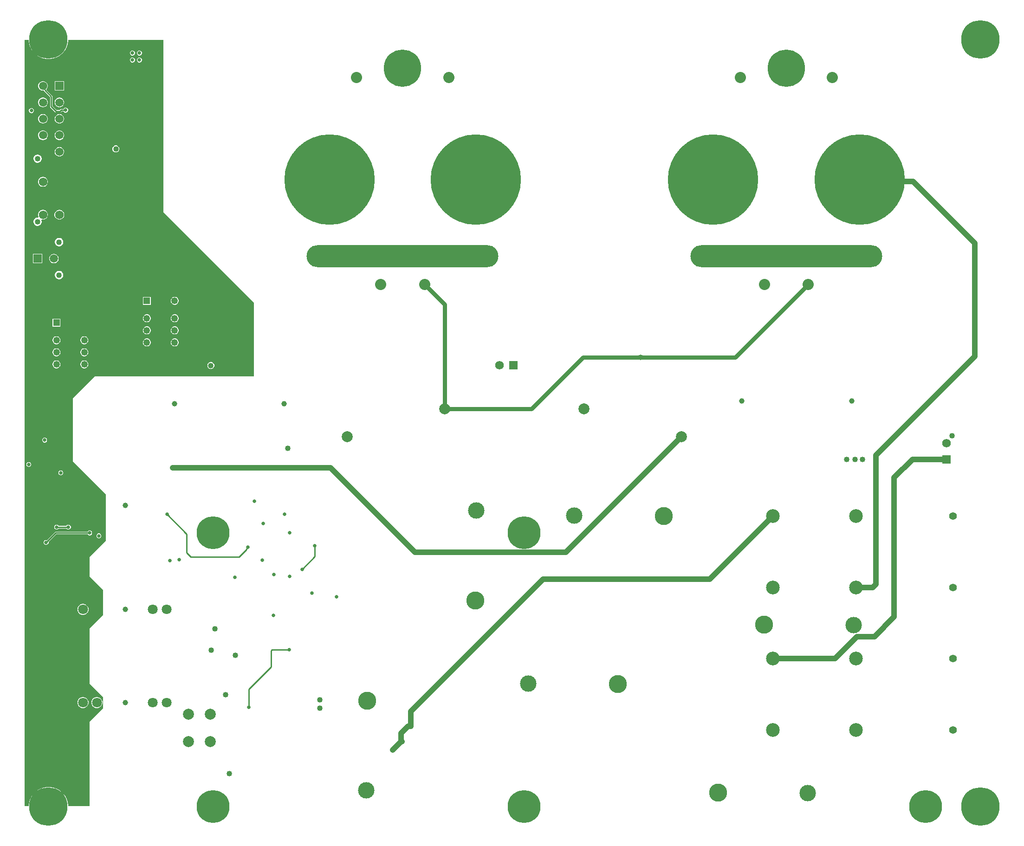
<source format=gbr>
%TF.GenerationSoftware,Altium Limited,Altium Designer,24.2.2 (26)*%
G04 Layer_Physical_Order=4*
G04 Layer_Color=16711680*
%FSLAX45Y45*%
%MOMM*%
%TF.SameCoordinates,E62911D3-7CC7-41A5-B2DD-A777233C8753*%
%TF.FilePolarity,Positive*%
%TF.FileFunction,Copper,L4,Bot,Signal*%
%TF.Part,Single*%
G01*
G75*
%TA.AperFunction,Conductor*%
%ADD52C,0.25400*%
%ADD54C,1.01600*%
%ADD55C,0.76200*%
%TA.AperFunction,ComponentPad*%
%ADD56C,3.30000*%
%ADD57C,3.00000*%
%ADD58C,7.00000*%
%ADD59C,6.00000*%
%ADD60C,1.40000*%
%ADD61C,2.50000*%
%ADD62O,35.00000X4.00000*%
%ADD63C,2.03200*%
%ADD64C,6.80000*%
%ADD65C,16.50000*%
%TA.AperFunction,WasherPad*%
%ADD67C,1.00000*%
%TA.AperFunction,ComponentPad*%
%ADD68C,2.00000*%
%ADD69C,1.57000*%
%ADD70R,1.57000X1.57000*%
%ADD71C,1.80000*%
%ADD72R,1.25000X1.25000*%
%ADD73C,1.25000*%
%ADD74R,1.57000X1.57000*%
%ADD75C,1.02000*%
%ADD76C,1.52000*%
%ADD77R,1.52000X1.52000*%
%TA.AperFunction,ViaPad*%
%ADD78C,0.63500*%
%ADD79C,1.01600*%
G36*
X2600000Y11350000D02*
X4250000Y9700000D01*
Y8350000D01*
X1350000D01*
X950000Y7950000D01*
Y6800000D01*
X1550000Y6200000D01*
Y5350000D01*
X1250000Y5050000D01*
Y4700000D01*
X1500000Y4450000D01*
X1500000Y4450000D01*
Y4000000D01*
X1250000Y3750000D01*
Y2750000D01*
X1500000Y2500000D01*
Y2300000D01*
X1250000Y2050000D01*
Y511255D01*
X860160D01*
Y528345D01*
X851292Y584338D01*
X833774Y638253D01*
X808037Y688765D01*
X774715Y734629D01*
X734629Y774715D01*
X688765Y808037D01*
X638253Y833774D01*
X584338Y851292D01*
X528345Y860160D01*
X471655D01*
X415662Y851292D01*
X361747Y833774D01*
X311235Y808037D01*
X265371Y774715D01*
X225285Y734629D01*
X191963Y688765D01*
X166226Y638253D01*
X148708Y584338D01*
X139840Y528345D01*
Y511255D01*
X61338D01*
Y14488745D01*
X139840D01*
Y14471655D01*
X148708Y14415662D01*
X166226Y14361746D01*
X191963Y14311235D01*
X225285Y14265372D01*
X265371Y14225285D01*
X311235Y14191963D01*
X361747Y14166226D01*
X415662Y14148708D01*
X471655Y14139841D01*
X528345D01*
X584338Y14148708D01*
X638253Y14166226D01*
X688765Y14191963D01*
X734629Y14225285D01*
X774715Y14265372D01*
X808037Y14311235D01*
X833774Y14361746D01*
X851292Y14415662D01*
X860160Y14471655D01*
Y14488745D01*
X2600000D01*
Y11350000D01*
D02*
G37*
%LPC*%
G36*
X2167842Y14293851D02*
X2150158D01*
X2133821Y14287083D01*
X2121317Y14274579D01*
X2114550Y14258241D01*
Y14240558D01*
X2121317Y14224220D01*
X2133821Y14211717D01*
X2150158Y14204950D01*
X2167842D01*
X2184179Y14211717D01*
X2196683Y14224220D01*
X2203450Y14240558D01*
Y14258241D01*
X2196683Y14274579D01*
X2184179Y14287083D01*
X2167842Y14293851D01*
D02*
G37*
G36*
X2040842D02*
X2023158D01*
X2006821Y14287083D01*
X1994317Y14274579D01*
X1987550Y14258241D01*
Y14240558D01*
X1994317Y14224220D01*
X2006821Y14211717D01*
X2023158Y14204950D01*
X2040842D01*
X2057179Y14211717D01*
X2069683Y14224220D01*
X2076450Y14240558D01*
Y14258241D01*
X2069683Y14274579D01*
X2057179Y14287083D01*
X2040842Y14293851D01*
D02*
G37*
G36*
X2167842Y14166850D02*
X2150158D01*
X2133821Y14160083D01*
X2121317Y14147578D01*
X2114550Y14131242D01*
Y14113557D01*
X2121317Y14097221D01*
X2133821Y14084717D01*
X2150158Y14077950D01*
X2167842D01*
X2184179Y14084717D01*
X2196683Y14097221D01*
X2203450Y14113557D01*
Y14131242D01*
X2196683Y14147578D01*
X2184179Y14160083D01*
X2167842Y14166850D01*
D02*
G37*
G36*
X2040842D02*
X2023158D01*
X2006821Y14160083D01*
X1994317Y14147578D01*
X1987550Y14131242D01*
Y14113557D01*
X1994317Y14097221D01*
X2006821Y14084717D01*
X2023158Y14077950D01*
X2040842D01*
X2057179Y14084717D01*
X2069683Y14097221D01*
X2076450Y14113557D01*
Y14131242D01*
X2069683Y14147578D01*
X2057179Y14160083D01*
X2040842Y14166850D01*
D02*
G37*
G36*
X786160Y13736160D02*
X613840D01*
Y13563840D01*
X786160D01*
Y13736160D01*
D02*
G37*
G36*
X711343Y13436160D02*
X688657D01*
X666743Y13430289D01*
X647096Y13418945D01*
X631055Y13402904D01*
X619712Y13383257D01*
X613840Y13361343D01*
Y13338657D01*
X619712Y13316743D01*
X631055Y13297096D01*
X647096Y13281055D01*
X666743Y13269711D01*
X688657Y13263840D01*
X711343D01*
X733256Y13269711D01*
X752903Y13281055D01*
X768945Y13297096D01*
X780288Y13316743D01*
X786160Y13338657D01*
Y13361343D01*
X780288Y13383257D01*
X768945Y13402904D01*
X752903Y13418945D01*
X733256Y13430289D01*
X711343Y13436160D01*
D02*
G37*
G36*
X411343D02*
X388657D01*
X366743Y13430289D01*
X347097Y13418945D01*
X331055Y13402904D01*
X319712Y13383257D01*
X313840Y13361343D01*
Y13338657D01*
X319712Y13316743D01*
X331055Y13297096D01*
X347097Y13281055D01*
X366743Y13269711D01*
X388657Y13263840D01*
X411343D01*
X433256Y13269711D01*
X452903Y13281055D01*
X468945Y13297096D01*
X480288Y13316743D01*
X486160Y13338657D01*
Y13361343D01*
X480288Y13383257D01*
X468945Y13402904D01*
X452903Y13418945D01*
X433256Y13430289D01*
X411343Y13436160D01*
D02*
G37*
G36*
Y13736160D02*
X388657D01*
X366743Y13730289D01*
X347097Y13718945D01*
X331055Y13702904D01*
X319712Y13683257D01*
X313840Y13661343D01*
Y13638657D01*
X319712Y13616743D01*
X331055Y13597096D01*
X347097Y13581055D01*
X366743Y13569711D01*
X388657Y13563840D01*
X411343D01*
X413149Y13564323D01*
X417850Y13557288D01*
X528059Y13447078D01*
Y13278934D01*
X529834Y13270013D01*
X534886Y13262453D01*
X626278Y13171060D01*
X633839Y13166008D01*
X642759Y13164233D01*
X712395D01*
X721315Y13166008D01*
X728876Y13171060D01*
X742508Y13184692D01*
X774342D01*
X775117Y13182822D01*
X787621Y13170317D01*
X803958Y13163550D01*
X821642D01*
X837979Y13170317D01*
X850483Y13182822D01*
X857250Y13199158D01*
Y13216843D01*
X850483Y13233179D01*
X837979Y13245683D01*
X821642Y13252451D01*
X803958D01*
X787621Y13245683D01*
X775117Y13233179D01*
X774342Y13231308D01*
X732854D01*
X723934Y13229533D01*
X716373Y13224481D01*
X702741Y13210849D01*
X652413D01*
X574675Y13288586D01*
Y13456734D01*
X572901Y13465652D01*
X567848Y13473215D01*
X465246Y13575816D01*
X465152Y13593304D01*
X468945Y13597096D01*
X480288Y13616743D01*
X486160Y13638657D01*
Y13661343D01*
X480288Y13683257D01*
X468945Y13702904D01*
X452903Y13718945D01*
X433256Y13730289D01*
X411343Y13736160D01*
D02*
G37*
G36*
X197976Y13243896D02*
X180292D01*
X163955Y13237131D01*
X151451Y13224626D01*
X144684Y13208289D01*
Y13190607D01*
X151451Y13174269D01*
X163955Y13161765D01*
X180292Y13154997D01*
X197976D01*
X214313Y13161765D01*
X226817Y13174269D01*
X233584Y13190607D01*
Y13208289D01*
X226817Y13224626D01*
X214313Y13237131D01*
X197976Y13243896D01*
D02*
G37*
G36*
X711343Y13136160D02*
X688657D01*
X666743Y13130289D01*
X647096Y13118945D01*
X631055Y13102904D01*
X619712Y13083257D01*
X613840Y13061343D01*
Y13038657D01*
X619712Y13016743D01*
X631055Y12997096D01*
X647096Y12981055D01*
X666743Y12969711D01*
X688657Y12963840D01*
X711343D01*
X733256Y12969711D01*
X752903Y12981055D01*
X768945Y12997096D01*
X780288Y13016743D01*
X786160Y13038657D01*
Y13061343D01*
X780288Y13083257D01*
X768945Y13102904D01*
X752903Y13118945D01*
X733256Y13130289D01*
X711343Y13136160D01*
D02*
G37*
G36*
X411343D02*
X388657D01*
X366743Y13130289D01*
X347097Y13118945D01*
X331055Y13102904D01*
X319712Y13083257D01*
X313840Y13061343D01*
Y13038657D01*
X319712Y13016743D01*
X331055Y12997096D01*
X347097Y12981055D01*
X366743Y12969711D01*
X388657Y12963840D01*
X411343D01*
X433256Y12969711D01*
X452903Y12981055D01*
X468945Y12997096D01*
X480288Y13016743D01*
X486160Y13038657D01*
Y13061343D01*
X480288Y13083257D01*
X468945Y13102904D01*
X452903Y13118945D01*
X433256Y13130289D01*
X411343Y13136160D01*
D02*
G37*
G36*
X711343Y12836160D02*
X688657D01*
X666743Y12830289D01*
X647096Y12818945D01*
X631055Y12802904D01*
X619712Y12783256D01*
X613840Y12761343D01*
Y12738657D01*
X619712Y12716743D01*
X631055Y12697097D01*
X647096Y12681055D01*
X666743Y12669712D01*
X688657Y12663840D01*
X711343D01*
X733256Y12669712D01*
X752903Y12681055D01*
X768945Y12697097D01*
X780288Y12716743D01*
X786160Y12738657D01*
Y12761343D01*
X780288Y12783256D01*
X768945Y12802904D01*
X752903Y12818945D01*
X733256Y12830289D01*
X711343Y12836160D01*
D02*
G37*
G36*
X411343D02*
X388657D01*
X366743Y12830289D01*
X347097Y12818945D01*
X331055Y12802904D01*
X319712Y12783256D01*
X313840Y12761343D01*
Y12738657D01*
X319712Y12716743D01*
X331055Y12697097D01*
X347097Y12681055D01*
X366743Y12669712D01*
X388657Y12663840D01*
X411343D01*
X433256Y12669712D01*
X452903Y12681055D01*
X468945Y12697097D01*
X480288Y12716743D01*
X486160Y12738657D01*
Y12761343D01*
X480288Y12783256D01*
X468945Y12802904D01*
X452903Y12818945D01*
X433256Y12830289D01*
X411343Y12836160D01*
D02*
G37*
G36*
X1743646Y12563500D02*
X1718384D01*
X1695045Y12553833D01*
X1677182Y12535970D01*
X1667515Y12512631D01*
Y12487369D01*
X1677182Y12464030D01*
X1695045Y12446167D01*
X1718384Y12436500D01*
X1743646D01*
X1766985Y12446167D01*
X1784848Y12464030D01*
X1794515Y12487369D01*
Y12512631D01*
X1784848Y12535970D01*
X1766985Y12553833D01*
X1743646Y12563500D01*
D02*
G37*
G36*
X711343Y12536160D02*
X688657D01*
X666743Y12530288D01*
X647096Y12518945D01*
X631055Y12502903D01*
X619712Y12483256D01*
X613840Y12461343D01*
Y12438657D01*
X619712Y12416744D01*
X631055Y12397097D01*
X647096Y12381055D01*
X666743Y12369712D01*
X688657Y12363840D01*
X711343D01*
X733256Y12369712D01*
X752903Y12381055D01*
X768945Y12397097D01*
X780288Y12416744D01*
X786160Y12438657D01*
Y12461343D01*
X780288Y12483256D01*
X768945Y12502903D01*
X752903Y12518945D01*
X733256Y12530288D01*
X711343Y12536160D01*
D02*
G37*
G36*
X312058Y12398400D02*
X291942D01*
X272511Y12393193D01*
X255089Y12383135D01*
X240865Y12368910D01*
X230807Y12351489D01*
X225600Y12332058D01*
Y12311942D01*
X230807Y12292511D01*
X240865Y12275089D01*
X255089Y12260865D01*
X272511Y12250807D01*
X291942Y12245600D01*
X312058D01*
X331489Y12250807D01*
X348910Y12260865D01*
X363135Y12275089D01*
X373193Y12292511D01*
X378400Y12311942D01*
Y12332058D01*
X373193Y12351489D01*
X363135Y12368910D01*
X348910Y12383135D01*
X331489Y12393193D01*
X312058Y12398400D01*
D02*
G37*
G36*
X411672Y11988660D02*
X388328D01*
X365779Y11982618D01*
X345561Y11970946D01*
X329054Y11954438D01*
X317382Y11934221D01*
X311340Y11911672D01*
Y11888328D01*
X317382Y11865778D01*
X329054Y11845561D01*
X345561Y11829054D01*
X365779Y11817382D01*
X388328Y11811340D01*
X411672D01*
X434221Y11817382D01*
X454439Y11829054D01*
X470946Y11845561D01*
X482618Y11865778D01*
X488660Y11888328D01*
Y11911672D01*
X482618Y11934221D01*
X470946Y11954438D01*
X454439Y11970946D01*
X434221Y11982618D01*
X411672Y11988660D01*
D02*
G37*
G36*
Y11388660D02*
X388328D01*
X365779Y11382618D01*
X345561Y11370946D01*
X329054Y11354439D01*
X317382Y11334221D01*
X311340Y11311672D01*
Y11288328D01*
X317382Y11265779D01*
X321246Y11259086D01*
X312877Y11248180D01*
X312058Y11248400D01*
X291942D01*
X272511Y11243193D01*
X255090Y11233135D01*
X240865Y11218911D01*
X230807Y11201489D01*
X225600Y11182058D01*
Y11161942D01*
X230807Y11142511D01*
X240865Y11125090D01*
X255090Y11110865D01*
X272511Y11100807D01*
X291942Y11095600D01*
X312058D01*
X331489Y11100807D01*
X348911Y11110865D01*
X363135Y11125090D01*
X373193Y11142511D01*
X378400Y11161942D01*
Y11182058D01*
X373193Y11201489D01*
X372676Y11202386D01*
X381044Y11213292D01*
X388328Y11211340D01*
X411672D01*
X434221Y11217382D01*
X454439Y11229054D01*
X470946Y11245561D01*
X482618Y11265779D01*
X488660Y11288328D01*
Y11311672D01*
X482618Y11334221D01*
X470946Y11354439D01*
X454439Y11370946D01*
X434221Y11382618D01*
X411672Y11388660D01*
D02*
G37*
G36*
X711672D02*
X688328D01*
X665779Y11382618D01*
X645562Y11370946D01*
X629054Y11354439D01*
X617382Y11334221D01*
X611340Y11311672D01*
Y11288328D01*
X617382Y11265779D01*
X629054Y11245561D01*
X645562Y11229054D01*
X665779Y11217382D01*
X688328Y11211340D01*
X711672D01*
X734222Y11217382D01*
X754439Y11229054D01*
X770946Y11245561D01*
X782618Y11265779D01*
X788660Y11288328D01*
Y11311672D01*
X782618Y11334221D01*
X770946Y11354439D01*
X754439Y11370946D01*
X734222Y11382618D01*
X711672Y11388660D01*
D02*
G37*
G36*
X704058Y10876399D02*
X683942D01*
X664511Y10871192D01*
X647090Y10861134D01*
X632865Y10846909D01*
X622807Y10829488D01*
X617600Y10810057D01*
Y10789941D01*
X622807Y10770510D01*
X632865Y10753088D01*
X647090Y10738864D01*
X664511Y10728806D01*
X683942Y10723599D01*
X704058D01*
X723489Y10728806D01*
X740911Y10738864D01*
X755135Y10753088D01*
X765193Y10770510D01*
X770400Y10789941D01*
Y10810057D01*
X765193Y10829488D01*
X755135Y10846909D01*
X740911Y10861134D01*
X723489Y10871192D01*
X704058Y10876399D01*
D02*
G37*
G36*
X611343Y10586160D02*
X588657D01*
X566744Y10580288D01*
X547097Y10568945D01*
X531055Y10552903D01*
X519712Y10533257D01*
X513840Y10511343D01*
Y10488657D01*
X519712Y10466744D01*
X531055Y10447097D01*
X547097Y10431055D01*
X566744Y10419712D01*
X588657Y10413840D01*
X611343D01*
X633257Y10419712D01*
X652903Y10431055D01*
X668945Y10447097D01*
X680288Y10466744D01*
X686160Y10488657D01*
Y10511343D01*
X680288Y10533257D01*
X668945Y10552903D01*
X652903Y10568945D01*
X633257Y10580288D01*
X611343Y10586160D01*
D02*
G37*
G36*
X386160D02*
X213840D01*
Y10413840D01*
X386160D01*
Y10586160D01*
D02*
G37*
G36*
X704058Y10276400D02*
X683942D01*
X664511Y10271193D01*
X647090Y10261135D01*
X632865Y10246911D01*
X622807Y10229489D01*
X617600Y10210058D01*
Y10189942D01*
X622807Y10170511D01*
X632865Y10153090D01*
X647090Y10138865D01*
X664511Y10128807D01*
X683942Y10123600D01*
X704058D01*
X723489Y10128807D01*
X740911Y10138865D01*
X755135Y10153090D01*
X765193Y10170511D01*
X770400Y10189942D01*
Y10210058D01*
X765193Y10229489D01*
X755135Y10246911D01*
X740911Y10261135D01*
X723489Y10271193D01*
X704058Y10276400D01*
D02*
G37*
G36*
X2813566Y9802660D02*
X2794434D01*
X2775954Y9797708D01*
X2759386Y9788142D01*
X2745858Y9774614D01*
X2736292Y9758046D01*
X2731340Y9739566D01*
Y9720434D01*
X2736292Y9701954D01*
X2745858Y9685386D01*
X2759386Y9671858D01*
X2775954Y9662292D01*
X2794434Y9657340D01*
X2813566D01*
X2832046Y9662292D01*
X2848614Y9671858D01*
X2862142Y9685386D01*
X2871708Y9701954D01*
X2876660Y9720434D01*
Y9739566D01*
X2871708Y9758046D01*
X2862142Y9774614D01*
X2848614Y9788142D01*
X2832046Y9797708D01*
X2813566Y9802660D01*
D02*
G37*
G36*
X2368660D02*
X2223340D01*
Y9657340D01*
X2368660D01*
Y9802660D01*
D02*
G37*
G36*
X2813566Y9482660D02*
X2794434D01*
X2775954Y9477708D01*
X2759386Y9468142D01*
X2745858Y9454614D01*
X2736292Y9438046D01*
X2731340Y9419566D01*
Y9400434D01*
X2736292Y9381954D01*
X2745858Y9365386D01*
X2759386Y9351858D01*
X2775954Y9342292D01*
X2794434Y9337340D01*
X2813566D01*
X2832046Y9342292D01*
X2848614Y9351858D01*
X2862142Y9365386D01*
X2871708Y9381954D01*
X2876660Y9400434D01*
Y9419566D01*
X2871708Y9438046D01*
X2862142Y9454614D01*
X2848614Y9468142D01*
X2832046Y9477708D01*
X2813566Y9482660D01*
D02*
G37*
G36*
X2305566D02*
X2286434D01*
X2267954Y9477708D01*
X2251386Y9468142D01*
X2237858Y9454614D01*
X2228292Y9438046D01*
X2223340Y9419566D01*
Y9400434D01*
X2228292Y9381954D01*
X2237858Y9365386D01*
X2251386Y9351858D01*
X2267954Y9342292D01*
X2286434Y9337340D01*
X2305566D01*
X2324046Y9342292D01*
X2340614Y9351858D01*
X2354142Y9365386D01*
X2363708Y9381954D01*
X2368660Y9400434D01*
Y9419566D01*
X2363708Y9438046D01*
X2354142Y9454614D01*
X2340614Y9468142D01*
X2324046Y9477708D01*
X2305566Y9482660D01*
D02*
G37*
G36*
X718660Y9402660D02*
X573340D01*
Y9257340D01*
X718660D01*
Y9402660D01*
D02*
G37*
G36*
X2813566Y9262660D02*
X2794434D01*
X2775954Y9257708D01*
X2759386Y9248143D01*
X2745858Y9234614D01*
X2736292Y9218046D01*
X2731340Y9199566D01*
Y9180434D01*
X2736292Y9161954D01*
X2745858Y9145386D01*
X2759386Y9131858D01*
X2775954Y9122292D01*
X2794434Y9117340D01*
X2813566D01*
X2832046Y9122292D01*
X2848614Y9131858D01*
X2862142Y9145386D01*
X2871708Y9161954D01*
X2876660Y9180434D01*
Y9199566D01*
X2871708Y9218046D01*
X2862142Y9234614D01*
X2848614Y9248143D01*
X2832046Y9257708D01*
X2813566Y9262660D01*
D02*
G37*
G36*
X2305566D02*
X2286434D01*
X2267954Y9257708D01*
X2251386Y9248143D01*
X2237858Y9234614D01*
X2228292Y9218046D01*
X2223340Y9199566D01*
Y9180434D01*
X2228292Y9161954D01*
X2237858Y9145386D01*
X2251386Y9131858D01*
X2267954Y9122292D01*
X2286434Y9117340D01*
X2305566D01*
X2324046Y9122292D01*
X2340614Y9131858D01*
X2354142Y9145386D01*
X2363708Y9161954D01*
X2368660Y9180434D01*
Y9199566D01*
X2363708Y9218046D01*
X2354142Y9234614D01*
X2340614Y9248143D01*
X2324046Y9257708D01*
X2305566Y9262660D01*
D02*
G37*
G36*
X1163566Y9082660D02*
X1144434D01*
X1125954Y9077708D01*
X1109386Y9068142D01*
X1095858Y9054614D01*
X1086292Y9038045D01*
X1081340Y9019566D01*
Y9000434D01*
X1086292Y8981954D01*
X1095858Y8965385D01*
X1109386Y8951857D01*
X1125954Y8942291D01*
X1144434Y8937340D01*
X1163566D01*
X1182046Y8942291D01*
X1198614Y8951857D01*
X1212142Y8965385D01*
X1221708Y8981954D01*
X1226660Y9000434D01*
Y9019566D01*
X1221708Y9038045D01*
X1212142Y9054614D01*
X1198614Y9068142D01*
X1182046Y9077708D01*
X1163566Y9082660D01*
D02*
G37*
G36*
X655566D02*
X636434D01*
X617954Y9077708D01*
X601386Y9068142D01*
X587858Y9054614D01*
X578292Y9038045D01*
X573340Y9019566D01*
Y9000434D01*
X578292Y8981954D01*
X587858Y8965385D01*
X601386Y8951857D01*
X617954Y8942291D01*
X636434Y8937340D01*
X655566D01*
X674046Y8942291D01*
X690614Y8951857D01*
X704142Y8965385D01*
X713708Y8981954D01*
X718660Y9000434D01*
Y9019566D01*
X713708Y9038045D01*
X704142Y9054614D01*
X690614Y9068142D01*
X674046Y9077708D01*
X655566Y9082660D01*
D02*
G37*
G36*
X2813566Y9042660D02*
X2794434D01*
X2775954Y9037708D01*
X2759386Y9028142D01*
X2745858Y9014614D01*
X2736292Y8998046D01*
X2731340Y8979566D01*
Y8960434D01*
X2736292Y8941954D01*
X2745858Y8925386D01*
X2759386Y8911858D01*
X2775954Y8902292D01*
X2794434Y8897340D01*
X2813566D01*
X2832046Y8902292D01*
X2848614Y8911858D01*
X2862142Y8925386D01*
X2871708Y8941954D01*
X2876660Y8960434D01*
Y8979566D01*
X2871708Y8998046D01*
X2862142Y9014614D01*
X2848614Y9028142D01*
X2832046Y9037708D01*
X2813566Y9042660D01*
D02*
G37*
G36*
X2305566D02*
X2286434D01*
X2267954Y9037708D01*
X2251386Y9028142D01*
X2237858Y9014614D01*
X2228292Y8998046D01*
X2223340Y8979566D01*
Y8960434D01*
X2228292Y8941954D01*
X2237858Y8925386D01*
X2251386Y8911858D01*
X2267954Y8902292D01*
X2286434Y8897340D01*
X2305566D01*
X2324046Y8902292D01*
X2340614Y8911858D01*
X2354142Y8925386D01*
X2363708Y8941954D01*
X2368660Y8960434D01*
Y8979566D01*
X2363708Y8998046D01*
X2354142Y9014614D01*
X2340614Y9028142D01*
X2324046Y9037708D01*
X2305566Y9042660D01*
D02*
G37*
G36*
X1163566Y8862660D02*
X1144434D01*
X1125954Y8857708D01*
X1109386Y8848142D01*
X1095858Y8834614D01*
X1086292Y8818046D01*
X1081340Y8799566D01*
Y8780434D01*
X1086292Y8761954D01*
X1095858Y8745386D01*
X1109386Y8731858D01*
X1125954Y8722292D01*
X1144434Y8717340D01*
X1163566D01*
X1182046Y8722292D01*
X1198614Y8731858D01*
X1212142Y8745386D01*
X1221708Y8761954D01*
X1226660Y8780434D01*
Y8799566D01*
X1221708Y8818046D01*
X1212142Y8834614D01*
X1198614Y8848142D01*
X1182046Y8857708D01*
X1163566Y8862660D01*
D02*
G37*
G36*
X655566D02*
X636434D01*
X617954Y8857708D01*
X601386Y8848142D01*
X587858Y8834614D01*
X578292Y8818046D01*
X573340Y8799566D01*
Y8780434D01*
X578292Y8761954D01*
X587858Y8745386D01*
X601386Y8731858D01*
X617954Y8722292D01*
X636434Y8717340D01*
X655566D01*
X674046Y8722292D01*
X690614Y8731858D01*
X704142Y8745386D01*
X713708Y8761954D01*
X718660Y8780434D01*
Y8799566D01*
X713708Y8818046D01*
X704142Y8834614D01*
X690614Y8848142D01*
X674046Y8857708D01*
X655566Y8862660D01*
D02*
G37*
G36*
X1163566Y8642660D02*
X1144434D01*
X1125954Y8637708D01*
X1109386Y8628142D01*
X1095858Y8614614D01*
X1086292Y8598046D01*
X1081340Y8579566D01*
Y8560434D01*
X1086292Y8541954D01*
X1095858Y8525386D01*
X1109386Y8511858D01*
X1125954Y8502292D01*
X1144434Y8497340D01*
X1163566D01*
X1182046Y8502292D01*
X1198614Y8511858D01*
X1212142Y8525386D01*
X1221708Y8541954D01*
X1226660Y8560434D01*
Y8579566D01*
X1221708Y8598046D01*
X1212142Y8614614D01*
X1198614Y8628142D01*
X1182046Y8637708D01*
X1163566Y8642660D01*
D02*
G37*
G36*
X655566D02*
X636434D01*
X617954Y8637708D01*
X601386Y8628142D01*
X587858Y8614614D01*
X578292Y8598046D01*
X573340Y8579566D01*
Y8560434D01*
X578292Y8541954D01*
X587858Y8525386D01*
X601386Y8511858D01*
X617954Y8502292D01*
X636434Y8497340D01*
X655566D01*
X674046Y8502292D01*
X690614Y8511858D01*
X704142Y8525386D01*
X713708Y8541954D01*
X718660Y8560434D01*
Y8579566D01*
X713708Y8598046D01*
X704142Y8614614D01*
X690614Y8628142D01*
X674046Y8637708D01*
X655566Y8642660D01*
D02*
G37*
G36*
X3473569Y8612800D02*
X3448307D01*
X3424968Y8603133D01*
X3407105Y8585270D01*
X3397438Y8561931D01*
Y8536669D01*
X3407105Y8513330D01*
X3424968Y8495467D01*
X3448307Y8485800D01*
X3473569D01*
X3496908Y8495467D01*
X3514771Y8513330D01*
X3524438Y8536669D01*
Y8561931D01*
X3514771Y8585270D01*
X3496908Y8603133D01*
X3473569Y8612800D01*
D02*
G37*
G36*
X439442Y7231450D02*
X421758D01*
X405421Y7224683D01*
X392917Y7212179D01*
X386150Y7195842D01*
Y7178158D01*
X392917Y7161821D01*
X405421Y7149317D01*
X421758Y7142550D01*
X439442D01*
X455779Y7149317D01*
X468283Y7161821D01*
X475050Y7178158D01*
Y7195842D01*
X468283Y7212179D01*
X455779Y7224683D01*
X439442Y7231450D01*
D02*
G37*
G36*
X148542Y6788150D02*
X130858D01*
X114521Y6781383D01*
X102017Y6768879D01*
X95250Y6752542D01*
Y6734858D01*
X102017Y6718521D01*
X114521Y6706017D01*
X130858Y6699250D01*
X148542D01*
X164879Y6706017D01*
X177383Y6718521D01*
X184150Y6734858D01*
Y6752542D01*
X177383Y6768879D01*
X164879Y6781383D01*
X148542Y6788150D01*
D02*
G37*
G36*
X732742Y6635750D02*
X715058D01*
X698721Y6628983D01*
X686217Y6616479D01*
X679450Y6600142D01*
Y6582458D01*
X686217Y6566121D01*
X698721Y6553617D01*
X715058Y6546850D01*
X732742D01*
X749079Y6553617D01*
X761583Y6566121D01*
X768350Y6582458D01*
Y6600142D01*
X761583Y6616479D01*
X749079Y6628983D01*
X732742Y6635750D01*
D02*
G37*
G36*
X872442Y5645150D02*
X854758D01*
X838421Y5638383D01*
X825917Y5625879D01*
X825142Y5624008D01*
X686158D01*
X685383Y5625879D01*
X672879Y5638383D01*
X656542Y5645150D01*
X638858D01*
X622521Y5638383D01*
X610017Y5625879D01*
X603250Y5609542D01*
Y5591858D01*
X610017Y5575521D01*
X622521Y5563017D01*
X638858Y5556250D01*
X656542D01*
X672879Y5563017D01*
X685383Y5575521D01*
X686158Y5577392D01*
X825142D01*
X825917Y5575521D01*
X838421Y5563017D01*
X854758Y5556250D01*
X872442D01*
X888779Y5563017D01*
X901283Y5575521D01*
X908050Y5591858D01*
Y5609542D01*
X901283Y5625879D01*
X888779Y5638383D01*
X872442Y5645150D01*
D02*
G37*
G36*
X1259929Y5537998D02*
X1242245D01*
X1225908Y5531231D01*
X1213404Y5518727D01*
X1212630Y5516856D01*
X629448D01*
X620529Y5515082D01*
X612967Y5510029D01*
X467913Y5364975D01*
X466042Y5365750D01*
X448358D01*
X432021Y5358983D01*
X419517Y5346479D01*
X412750Y5330142D01*
Y5312458D01*
X419517Y5296121D01*
X432021Y5283617D01*
X448358Y5276850D01*
X466042D01*
X482379Y5283617D01*
X494883Y5296121D01*
X501650Y5312458D01*
Y5330142D01*
X500875Y5332013D01*
X639103Y5470241D01*
X1212630D01*
X1213404Y5468370D01*
X1225908Y5455866D01*
X1242245Y5449098D01*
X1259929D01*
X1276266Y5455866D01*
X1288770Y5468370D01*
X1295537Y5484707D01*
Y5502390D01*
X1288770Y5518727D01*
X1276266Y5531231D01*
X1259929Y5537998D01*
D02*
G37*
G36*
X1428842Y5485349D02*
X1411158D01*
X1394821Y5478582D01*
X1382317Y5466078D01*
X1375550Y5449741D01*
Y5432058D01*
X1382317Y5415721D01*
X1394821Y5403217D01*
X1411158Y5396449D01*
X1428842D01*
X1445179Y5403217D01*
X1457683Y5415721D01*
X1464450Y5432058D01*
Y5449741D01*
X1457683Y5466078D01*
X1445179Y5478582D01*
X1428842Y5485349D01*
D02*
G37*
G36*
X1143187Y4200159D02*
X1116814D01*
X1091340Y4193334D01*
X1068501Y4180148D01*
X1049852Y4161499D01*
X1036666Y4138660D01*
X1029840Y4113186D01*
Y4086813D01*
X1036666Y4061339D01*
X1049852Y4038500D01*
X1068501Y4019852D01*
X1091340Y4006666D01*
X1116814Y3999840D01*
X1143187D01*
X1168661Y4006666D01*
X1191500Y4019852D01*
X1210148Y4038500D01*
X1223334Y4061339D01*
X1230160Y4086813D01*
Y4113186D01*
X1223334Y4138660D01*
X1210148Y4161499D01*
X1191500Y4180148D01*
X1168661Y4193334D01*
X1143187Y4200159D01*
D02*
G37*
G36*
X1397186Y2500160D02*
X1370814D01*
X1345340Y2493334D01*
X1322500Y2480148D01*
X1303852Y2461500D01*
X1290666Y2438660D01*
X1283840Y2413186D01*
Y2386814D01*
X1290666Y2361340D01*
X1303852Y2338500D01*
X1322500Y2319852D01*
X1345340Y2306666D01*
X1370814Y2299840D01*
X1397186D01*
X1422660Y2306666D01*
X1445500Y2319852D01*
X1464148Y2338500D01*
X1477334Y2361340D01*
X1484160Y2386814D01*
Y2413186D01*
X1477334Y2438660D01*
X1464148Y2461500D01*
X1445500Y2480148D01*
X1422660Y2493334D01*
X1397186Y2500160D01*
D02*
G37*
G36*
X1143186D02*
X1116814D01*
X1091340Y2493334D01*
X1068500Y2480148D01*
X1049852Y2461500D01*
X1036666Y2438660D01*
X1029840Y2413186D01*
Y2386814D01*
X1036666Y2361340D01*
X1049852Y2338500D01*
X1068500Y2319852D01*
X1091340Y2306666D01*
X1116814Y2299840D01*
X1143186D01*
X1168660Y2306666D01*
X1191500Y2319852D01*
X1210148Y2338500D01*
X1223334Y2361340D01*
X1230160Y2386814D01*
Y2413186D01*
X1223334Y2438660D01*
X1210148Y2461500D01*
X1191500Y2480148D01*
X1168660Y2493334D01*
X1143186Y2500160D01*
D02*
G37*
%LPD*%
D52*
X457200Y5321300D02*
X629448Y5493548D01*
X1251087D01*
X4110403Y5211343D02*
X4137810Y5238750D01*
X4140200D01*
X4110403Y5189903D02*
Y5211343D01*
X3975100Y5054600D02*
X4110403Y5189903D01*
X3098800Y5054600D02*
X3975100D01*
X3022600Y5130800D02*
X3098800Y5054600D01*
X3022600Y5130800D02*
Y5473700D01*
X2663400Y5832900D02*
X3022600Y5473700D01*
X732854Y13208000D02*
X812800D01*
X642759Y13187541D02*
X712395D01*
X732854Y13208000D01*
X551367Y13278934D02*
X642759Y13187541D01*
X5359400Y5064749D02*
Y5264150D01*
X5127300Y4832649D02*
X5359400Y5064749D01*
X4574179Y3365500D02*
X4889500D01*
X4559300Y3350621D02*
X4574179Y3365500D01*
X4559300Y3046805D02*
Y3350621D01*
X4152900Y2311400D02*
Y2640405D01*
X4559300Y3046805D01*
X647700Y5600700D02*
X863600D01*
X551367Y13278934D02*
Y13456734D01*
X400000Y13615742D02*
X434331Y13581412D01*
Y13573769D02*
X551367Y13456734D01*
X400000Y13615742D02*
Y13650000D01*
X434331Y13573769D02*
Y13581412D01*
D54*
X14846143Y3200000D02*
X15248482Y3602340D01*
X15565739D02*
X15925800Y3962400D01*
X15248482Y3602340D02*
X15565739D01*
X13710001Y3200000D02*
X14846143D01*
X2768600Y6680200D02*
X5648464D01*
X7189625Y5139040D01*
X9937040D01*
X12048000Y7250000D01*
X7112000Y2235200D02*
X9525000Y4648200D01*
X6934200Y1701800D02*
Y1841500D01*
X7061200Y1968500D01*
X7112000D01*
Y2235200D01*
X6934200Y1701800D02*
X6946900Y1689100D01*
X6934200D02*
X6946900D01*
X6781800Y1536700D02*
X6934200Y1689100D01*
X12558200Y4648200D02*
X13710001Y5800000D01*
X9525000Y4648200D02*
X12558200D01*
X15925800Y3962400D02*
Y6502400D01*
X16258400Y6835000D02*
X16881000D01*
X15925800Y6502400D02*
X16258400Y6835000D01*
X15536084Y4500000D02*
X15595599Y4559516D01*
Y6908800D02*
X17399001Y8712200D01*
X15230000Y4500000D02*
X15536084D01*
X15595599Y4559516D02*
Y6908800D01*
X16272400Y11908900D02*
X17399001Y10782300D01*
Y8712200D02*
Y10782300D01*
X15295000Y11940000D02*
X15326100Y11908900D01*
X16272400D01*
D55*
X11300000Y8700000D02*
X13030000D01*
X10250000D02*
X11300000D01*
X7730000Y7758000D02*
Y9660000D01*
X7360000Y10030000D02*
X7730000Y9660000D01*
Y7758000D02*
X9308000D01*
X10250000Y8700000D01*
X13030000D02*
X14360001Y10030000D01*
D56*
X11721500Y5803300D02*
D03*
X13551500Y3823300D02*
D03*
X12715000Y760000D02*
D03*
X10885000Y2740000D02*
D03*
X6310000Y2435000D02*
D03*
X8290000Y4265000D02*
D03*
D57*
X10086500Y5813300D02*
D03*
X15186501Y3813300D02*
D03*
X14350000Y750000D02*
D03*
X9250000Y2750000D02*
D03*
X6300000Y800000D02*
D03*
X8300000Y5900000D02*
D03*
D58*
X17500000Y14500000D02*
D03*
X500000D02*
D03*
Y500000D02*
D03*
X17500000D02*
D03*
D59*
X3500000D02*
D03*
X9175000Y5500000D02*
D03*
Y500000D02*
D03*
X3500000Y5500000D02*
D03*
X16500000Y500000D02*
D03*
D60*
X17000000Y5800000D02*
D03*
Y1900000D02*
D03*
Y3200000D02*
D03*
Y4500000D02*
D03*
D61*
X15230000Y5800000D02*
D03*
X13710001D02*
D03*
X15230000Y1900000D02*
D03*
X13710001D02*
D03*
Y3200000D02*
D03*
X15230000D02*
D03*
Y4500000D02*
D03*
X13710001D02*
D03*
D62*
X6960000Y10540000D02*
D03*
X13960001D02*
D03*
D63*
X7800000Y13800000D02*
D03*
X6120000D02*
D03*
X7360000Y10030000D02*
D03*
X6560000D02*
D03*
X13560001D02*
D03*
X14360001D02*
D03*
X13120000Y13800000D02*
D03*
X14800000D02*
D03*
D64*
X6960000Y13972000D02*
D03*
X13960001D02*
D03*
D65*
X8295000Y11940000D02*
D03*
X5625000D02*
D03*
X12625000D02*
D03*
X15295000D02*
D03*
D67*
X1900000Y2400000D02*
D03*
Y4100000D02*
D03*
Y6000000D02*
D03*
X2800000Y7850000D02*
D03*
X4800000D02*
D03*
X13150000Y7900000D02*
D03*
X15150000D02*
D03*
D68*
X3054400Y2184400D02*
D03*
X3454400D02*
D03*
X3054400Y1684400D02*
D03*
X3454400D02*
D03*
X5952000Y7250000D02*
D03*
X7730000Y7758000D02*
D03*
X10270000D02*
D03*
X12048000Y7250000D02*
D03*
D69*
X8723000Y8550000D02*
D03*
X16881000Y7135000D02*
D03*
X400000Y11300000D02*
D03*
Y11600000D02*
D03*
Y11900000D02*
D03*
X700000Y11300000D02*
D03*
Y11600000D02*
D03*
D70*
X8977000Y8550000D02*
D03*
D71*
X2654000Y2400000D02*
D03*
X2400000D02*
D03*
X1384000D02*
D03*
X1130000D02*
D03*
X2654000Y4100000D02*
D03*
X2400000D02*
D03*
X1384000D02*
D03*
X1130000D02*
D03*
D72*
X2296000Y9730000D02*
D03*
X646000Y9330000D02*
D03*
D73*
X2804000Y9730000D02*
D03*
X2296000Y9410000D02*
D03*
Y9190000D02*
D03*
Y8970000D02*
D03*
X2804000D02*
D03*
Y9190000D02*
D03*
Y9410000D02*
D03*
X1154000Y9010000D02*
D03*
Y8790000D02*
D03*
Y8570000D02*
D03*
X646000D02*
D03*
Y8790000D02*
D03*
Y9010000D02*
D03*
X1154000Y9330000D02*
D03*
D74*
X16881000Y6835000D02*
D03*
X700000Y11900000D02*
D03*
D75*
X694000Y10799999D02*
D03*
Y10200000D02*
D03*
X16978999Y7263000D02*
D03*
X302000Y11172000D02*
D03*
X302000Y12322000D02*
D03*
D76*
X600000Y10500000D02*
D03*
X400000Y12450000D02*
D03*
Y12750000D02*
D03*
Y13050000D02*
D03*
Y13350000D02*
D03*
Y13650000D02*
D03*
X700000Y12450000D02*
D03*
Y12750000D02*
D03*
Y13050000D02*
D03*
Y13350000D02*
D03*
D77*
X300000Y10500000D02*
D03*
X700000Y13650000D02*
D03*
D78*
X457200Y5321300D02*
D03*
X2032000Y14122400D02*
D03*
X2159000D02*
D03*
X4419600Y5664200D02*
D03*
X812800Y13208000D02*
D03*
X1420000Y5440899D02*
D03*
X4805000Y5838550D02*
D03*
X4254500Y6076950D02*
D03*
X4900000Y5500000D02*
D03*
X5359400Y5264150D02*
D03*
X4140200Y5238750D02*
D03*
X2717800Y4991100D02*
D03*
X2663400Y5832900D02*
D03*
X3898900Y4686300D02*
D03*
X5308600Y4394200D02*
D03*
X5127300Y4832649D02*
D03*
X4600532Y3987800D02*
D03*
X4400000Y5000000D02*
D03*
X4900000Y4700000D02*
D03*
X2882900Y5003800D02*
D03*
X4610100Y4737100D02*
D03*
X5753100Y4330700D02*
D03*
X4889500Y3365500D02*
D03*
X4152900Y2311400D02*
D03*
X1981360Y12877640D02*
D03*
X1917700Y12977522D02*
D03*
X189134Y13199448D02*
D03*
X1993900Y9372600D02*
D03*
X101600Y6146800D02*
D03*
X1251087Y5493548D02*
D03*
X139700Y6743700D02*
D03*
X723900Y6591300D02*
D03*
X647700Y5600700D02*
D03*
X863600D02*
D03*
X1257300Y6083300D02*
D03*
X850150Y5969750D02*
D03*
X1003300Y5041900D02*
D03*
X1202424Y5599624D02*
D03*
X1917700Y13442290D02*
D03*
Y13321950D02*
D03*
Y13208000D02*
D03*
X2437192Y13115393D02*
D03*
X2159000Y14249400D02*
D03*
X2032000D02*
D03*
X703761Y6892561D02*
D03*
X430600Y7187000D02*
D03*
D79*
X7112000Y1968500D02*
D03*
X6946900Y1689100D02*
D03*
X6781800Y1536700D02*
D03*
X4864100Y7035800D02*
D03*
X3460938Y8549300D02*
D03*
X2927676Y6680200D02*
D03*
X15348935Y6835000D02*
D03*
X15062199Y6832600D02*
D03*
X15214600D02*
D03*
X2768600Y6680200D02*
D03*
X6934200Y1841500D02*
D03*
X3538654Y3741264D02*
D03*
X3467100Y3352800D02*
D03*
X3911600Y3263900D02*
D03*
X3733800Y2540000D02*
D03*
X5450000Y2450000D02*
D03*
Y2300000D02*
D03*
X3800000Y1100000D02*
D03*
X3001401Y10693400D02*
D03*
X2851150D02*
D03*
X2679700D02*
D03*
X3947160Y9404387D02*
D03*
X4165600Y9080500D02*
D03*
X3962400D02*
D03*
X3352800Y9766300D02*
D03*
X300000Y8295534D02*
D03*
X11300000Y8700000D02*
D03*
X1731015Y12500000D02*
D03*
%TF.MD5,397aee7cd51355481fc4cffdb0a6d0a9*%
M02*

</source>
